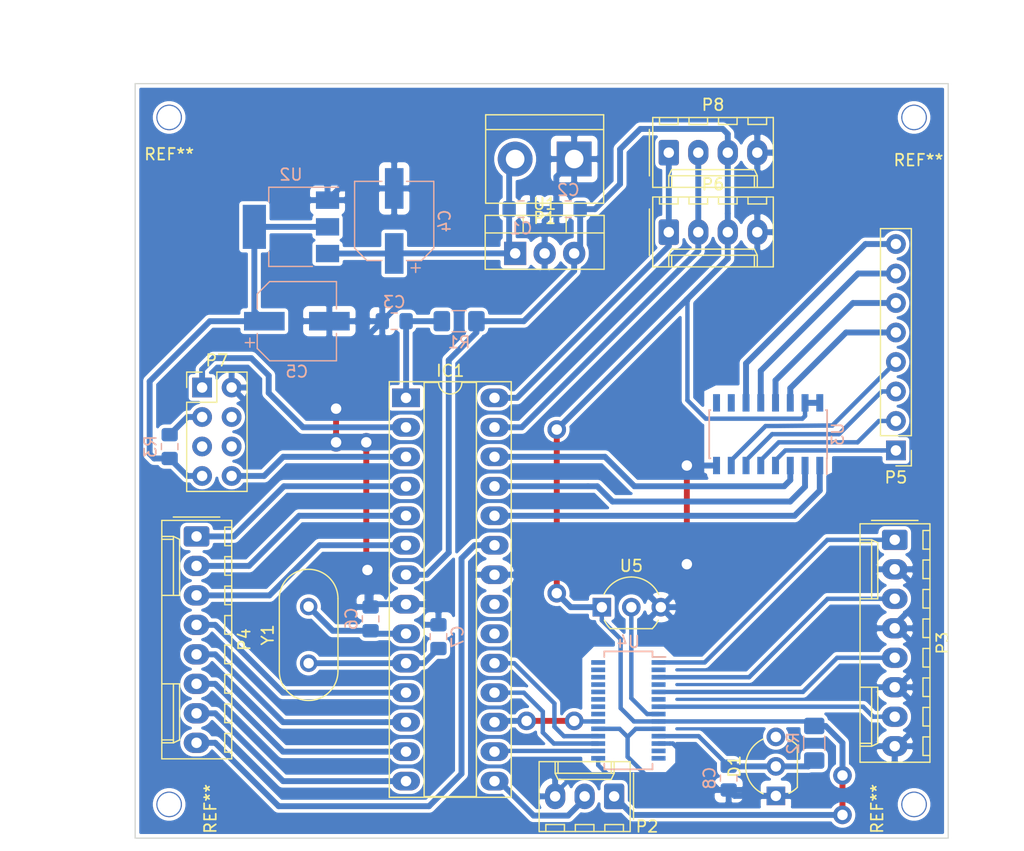
<source format=kicad_pcb>
(kicad_pcb (version 20171130) (host pcbnew "(5.0.1-3-g963ef8bb5)")
  (layers (0 F.Cu signal) (31 B.Cu signal) (34 B.Paste user) (35 F.Paste user) (36 B.SilkS user) (37 F.SilkS user) (38 B.Mask user) (39 F.Mask user) (44 Edge.Cuts user))
  (net 0 "")
  (net 1 GND)
  (net 2 +Vin)
  (net 3 +5V)
  (net 4 "Net-(C8-Pad1)")
  (net 5 "Net-(C3-Pad1)")
  (net 6 "Net-(P7-Pad3)")
  (net 7 +3V3)
  (net 8 "Net-(U4-Pad8)")
  (net 9 "Net-(D1-Pad3)")
  (net 10 TERMOPAR_1)
  (net 11 "Net-(U4-Pad2)")
  (net 12 TERMOPAR_2)
  (net 13 "Net-(U4-Pad4)")
  (net 14 TERMOPAR_3)
  (net 15 "Net-(U4-Pad6)")
  (net 16 TERMOPAR_4)
  (net 17 SPI_SS)
  (net 18 SPI_MISO)
  (net 19 SPI_SCK)
  (net 20 SPI_MOSI)
  (net 21 "Net-(U4-Pad21)")
  (net 22 "Net-(U4-Pad22)")
  (net 23 "Net-(U4-Pad23)")
  (net 24 "Net-(U4-Pad24)")
  (net 25 "Net-(U4-Pad25)")
  (net 26 "Net-(U4-Pad26)")
  (net 27 "Net-(U4-Pad27)")
  (net 28 "Net-(U4-Pad28)")
  (net 29 4094_STR)
  (net 30 4094_D)
  (net 31 4094_CLK)
  (net 32 "Net-(P5-Pad1)")
  (net 33 "Net-(P5-Pad2)")
  (net 34 "Net-(P5-Pad3)")
  (net 35 "Net-(P5-Pad4)")
  (net 36 "Net-(U3-Pad9)")
  (net 37 "Net-(U3-Pad10)")
  (net 38 "Net-(P5-Pad8)")
  (net 39 "Net-(P5-Pad7)")
  (net 40 "Net-(P5-Pad6)")
  (net 41 "Net-(P5-Pad5)")
  (net 42 KEYPAD_7)
  (net 43 RX0)
  (net 44 TX0)
  (net 45 KEYPAD_0)
  (net 46 KEYPAD_1)
  (net 47 KEYPAD_2)
  (net 48 "Net-(IC1-Pad20)")
  (net 49 "Net-(IC1-Pad21)")
  (net 50 XTAL1)
  (net 51 XTAL2)
  (net 52 KEYPAD_3)
  (net 53 KEYPAD_4)
  (net 54 SSR_CTRL)
  (net 55 KEYPAD_5)
  (net 56 I2C_SDA)
  (net 57 KEYPAD_6)
  (net 58 I2C_SCL)
  (net 59 "Net-(P7-Pad4)")
  (net 60 "Net-(P7-Pad5)")
  (net 61 "Net-(P7-Pad6)")
  (module Connector_Molex:Molex_KK-254_AE-6410-08A_1x08_P2.54mm_Vertical (layer F.Cu) (at 184.9 102.3 270)
    (fp_text reference P3 (at 8.89 -4.12 270) (layer F.SilkS))
    (fp_text value CONN_01X08)
    (pad 8 thru_hole oval (at 17.78 0 270) (size 1.74 2.2) (drill 0.9) (layers *.Cu *.Mask) (net 1 GND))
    (pad 7 thru_hole oval (at 15.24 0 270) (size 1.74 2.2) (drill 0.9) (layers *.Cu *.Mask) (net 16 TERMOPAR_4))
    (pad 6 thru_hole oval (at 12.7 0 270) (size 1.74 2.2) (drill 0.9) (layers *.Cu *.Mask) (net 1 GND))
    (pad 5 thru_hole oval (at 10.16 0 270) (size 1.74 2.2) (drill 0.9) (layers *.Cu *.Mask) (net 14 TERMOPAR_3))
    (pad 4 thru_hole oval (at 7.62 0 270) (size 1.74 2.2) (drill 0.9) (layers *.Cu *.Mask) (net 1 GND))
    (pad 3 thru_hole oval (at 5.08 0 270) (size 1.74 2.2) (drill 0.9) (layers *.Cu *.Mask) (net 12 TERMOPAR_2))
    (pad 2 thru_hole oval (at 2.54 0 270) (size 1.74 2.2) (drill 0.9) (layers *.Cu *.Mask) (net 1 GND))
    (pad 1 thru_hole roundrect (at 0 0 270) (size 1.74 2.2) (drill 0.9) (layers *.Cu *.Mask) (roundrect_rratio 0.144) (net 10 TERMOPAR_1))
  )
  (module Package_SO:SOIC-16_3.9x9.9mm_P1.27mm (layer B.Cu) (at 174 93.2 90)
    (fp_text reference U3 (at 0 6 90) (layer B.SilkS) (effects (justify mirror)))
    (fp_text value 4094)
    (pad 1 smd rect (at -2.7 4.445 90) (size 1.5 0.6) (layers B.Cu B.Paste B.Mask) (net 29 4094_STR))
    (pad 2 smd rect (at -2.7 3.175 90) (size 1.5 0.6) (layers B.Cu B.Paste B.Mask) (net 30 4094_D))
    (pad 3 smd rect (at -2.7 1.905 90) (size 1.5 0.6) (layers B.Cu B.Paste B.Mask) (net 31 4094_CLK))
    (pad 4 smd rect (at -2.7 0.635 90) (size 1.5 0.6) (layers B.Cu B.Paste B.Mask) (net 32 "Net-(P5-Pad1)"))
    (pad 5 smd rect (at -2.7 -0.635 90) (size 1.5 0.6) (layers B.Cu B.Paste B.Mask) (net 33 "Net-(P5-Pad2)"))
    (pad 6 smd rect (at -2.7 -1.905 90) (size 1.5 0.6) (layers B.Cu B.Paste B.Mask) (net 34 "Net-(P5-Pad3)"))
    (pad 7 smd rect (at -2.7 -3.175 90) (size 1.5 0.6) (layers B.Cu B.Paste B.Mask) (net 35 "Net-(P5-Pad4)"))
    (pad 8 smd rect (at -2.7 -4.445 90) (size 1.5 0.6) (layers B.Cu B.Paste B.Mask) (net 1 GND))
    (pad 9 smd rect (at 2.7 -4.445 90) (size 1.5 0.6) (layers B.Cu B.Paste B.Mask) (net 36 "Net-(U3-Pad9)"))
    (pad 10 smd rect (at 2.7 -3.175 90) (size 1.5 0.6) (layers B.Cu B.Paste B.Mask) (net 37 "Net-(U3-Pad10)"))
    (pad 11 smd rect (at 2.7 -1.905 90) (size 1.5 0.6) (layers B.Cu B.Paste B.Mask) (net 38 "Net-(P5-Pad8)"))
    (pad 12 smd rect (at 2.7 -0.635 90) (size 1.5 0.6) (layers B.Cu B.Paste B.Mask) (net 39 "Net-(P5-Pad7)"))
    (pad 13 smd rect (at 2.7 0.635 90) (size 1.5 0.6) (layers B.Cu B.Paste B.Mask) (net 40 "Net-(P5-Pad6)"))
    (pad 14 smd rect (at 2.7 1.905 90) (size 1.5 0.6) (layers B.Cu B.Paste B.Mask) (net 41 "Net-(P5-Pad5)"))
    (pad 15 smd rect (at 2.7 3.175 90) (size 1.5 0.6) (layers B.Cu B.Paste B.Mask) (net 3 +5V))
    (pad 16 smd rect (at 2.7 4.445 90) (size 1.5 0.6) (layers B.Cu B.Paste B.Mask) (net 3 +5V))
  )
  (module Capacitor_SMD:CP_Elec_6.3x5.3 (layer B.Cu) (at 141.804 74.83 90)
    (fp_text reference C4 (at 0 4.35 90) (layer B.SilkS) (effects (justify mirror)))
    (fp_text value 10u)
    (pad 2 smd rect (at 2.8 0 90) (size 3.5 1.6) (layers B.Cu B.Paste B.Mask) (net 1 GND))
    (pad 1 smd rect (at -2.8 0 90) (size 3.5 1.6) (layers B.Cu B.Paste B.Mask) (net 2 +Vin))
  )
  (module Capacitor_SMD:CP_Elec_6.3x5.3 (layer B.Cu) (at 133.422 83.466)
    (fp_text reference C5 (at 0 4.35) (layer B.SilkS) (effects (justify mirror)))
    (fp_text value 10u)
    (pad 1 smd rect (at -2.8 0) (size 3.5 1.6) (layers B.Cu B.Paste B.Mask) (net 7 +3V3))
    (pad 2 smd rect (at 2.8 0) (size 3.5 1.6) (layers B.Cu B.Paste B.Mask) (net 1 GND))
  )
  (module Capacitor_SMD:C_0805_2012Metric_Pad1.15x1.40mm_HandSolder (layer B.Cu) (at 156.79 73.814 180)
    (fp_text reference C2 (at 0 1.65 180) (layer B.SilkS) (effects (justify mirror)))
    (fp_text value 220n)
    (pad 2 smd roundrect (at 1.025 0 180) (size 1.15 1.4) (layers B.Cu B.Paste B.Mask) (roundrect_rratio 0.217391) (net 1 GND))
    (pad 1 smd roundrect (at -1.025 0 180) (size 1.15 1.4) (layers B.Cu B.Paste B.Mask) (roundrect_rratio 0.217391) (net 3 +5V))
  )
  (module Capacitor_SMD:C_0805_2012Metric_Pad1.15x1.40mm_HandSolder (layer B.Cu) (at 141.804 83.466 180)
    (fp_text reference C3 (at 0 1.65 180) (layer B.SilkS) (effects (justify mirror)))
    (fp_text value 1u)
    (pad 1 smd roundrect (at -1.025 0 180) (size 1.15 1.4) (layers B.Cu B.Paste B.Mask) (roundrect_rratio 0.217391) (net 5 "Net-(C3-Pad1)"))
    (pad 2 smd roundrect (at 1.025 0 180) (size 1.15 1.4) (layers B.Cu B.Paste B.Mask) (roundrect_rratio 0.217391) (net 1 GND))
  )
  (module Capacitor_SMD:C_0805_2012Metric_Pad1.15x1.40mm_HandSolder (layer B.Cu) (at 139.772 109.111 270)
    (fp_text reference C6 (at 0 1.65 270) (layer B.SilkS) (effects (justify mirror)))
    (fp_text value 27p)
    (pad 2 smd roundrect (at 1.025 0 270) (size 1.15 1.4) (layers B.Cu B.Paste B.Mask) (roundrect_rratio 0.217391) (net 50 XTAL1))
    (pad 1 smd roundrect (at -1.025 0 270) (size 1.15 1.4) (layers B.Cu B.Paste B.Mask) (roundrect_rratio 0.217391) (net 1 GND))
  )
  (module Capacitor_SMD:C_0805_2012Metric_Pad1.15x1.40mm_HandSolder (layer B.Cu) (at 145.614 110.644 90)
    (fp_text reference C7 (at 0 1.65 90) (layer B.SilkS) (effects (justify mirror)))
    (fp_text value 27p)
    (pad 1 smd roundrect (at -1.025 0 90) (size 1.15 1.4) (layers B.Cu B.Paste B.Mask) (roundrect_rratio 0.217391) (net 51 XTAL2))
    (pad 2 smd roundrect (at 1.025 0 90) (size 1.15 1.4) (layers B.Cu B.Paste B.Mask) (roundrect_rratio 0.217391) (net 1 GND))
  )
  (module Capacitor_SMD:C_0805_2012Metric_Pad1.15x1.40mm_HandSolder (layer B.Cu) (at 170.602 122.827 270)
    (fp_text reference C8 (at 0 1.65 270) (layer B.SilkS) (effects (justify mirror)))
    (fp_text value 220n)
    (pad 2 smd roundrect (at 1.025 0 270) (size 1.15 1.4) (layers B.Cu B.Paste B.Mask) (roundrect_rratio 0.217391) (net 1 GND))
    (pad 1 smd roundrect (at -1.025 0 270) (size 1.15 1.4) (layers B.Cu B.Paste B.Mask) (roundrect_rratio 0.217391) (net 4 "Net-(C8-Pad1)"))
  )
  (module Capacitor_SMD:C_0805_2012Metric_Pad1.15x1.40mm_HandSolder (layer B.Cu) (at 152.726 73.814)
    (fp_text reference C1 (at 0 1.65) (layer B.SilkS) (effects (justify mirror)))
    (fp_text value 220n)
    (pad 1 smd roundrect (at -1.025 0) (size 1.15 1.4) (layers B.Cu B.Paste B.Mask) (roundrect_rratio 0.217391) (net 2 +Vin))
    (pad 2 smd roundrect (at 1.025 0) (size 1.15 1.4) (layers B.Cu B.Paste B.Mask) (roundrect_rratio 0.217391) (net 1 GND))
  )
  (module Connector_Molex:Molex_KK-254_AE-6410-03A_1x03_P2.54mm_Vertical (layer F.Cu) (at 160.74 124.4 180)
    (fp_text reference P2 (at -2.836 -2.6 180) (layer F.SilkS))
    (fp_text value CONN_01X03)
    (pad 1 thru_hole roundrect (at 0 0 180) (size 1.74 2.2) (drill 0.9) (layers *.Cu *.Mask) (roundrect_rratio 0.144) (net 3 +5V))
    (pad 2 thru_hole oval (at 2.54 0 180) (size 1.74 2.2) (drill 0.9) (layers *.Cu *.Mask) (net 54 SSR_CTRL))
    (pad 3 thru_hole oval (at 5.08 0 180) (size 1.74 2.2) (drill 0.9) (layers *.Cu *.Mask) (net 1 GND))
  )
  (module Connector_Molex:Molex_KK-254_AE-6410-04A_1x04_P2.54mm_Vertical (layer F.Cu) (at 165.445001 68.947001)
    (fp_text reference P8 (at 3.81 -4.12) (layer F.SilkS))
    (fp_text value CONN_01X04)
    (pad 4 thru_hole oval (at 7.62 0) (size 1.74 2.2) (drill 0.9) (layers *.Cu *.Mask) (net 1 GND))
    (pad 3 thru_hole oval (at 5.08 0) (size 1.74 2.2) (drill 0.9) (layers *.Cu *.Mask) (net 3 +5V))
    (pad 2 thru_hole oval (at 2.54 0) (size 1.74 2.2) (drill 0.9) (layers *.Cu *.Mask) (net 56 I2C_SDA))
    (pad 1 thru_hole roundrect (at 0 0) (size 1.74 2.2) (drill 0.9) (layers *.Cu *.Mask) (roundrect_rratio 0.144) (net 58 I2C_SCL))
  )
  (module Connector_Molex:Molex_KK-254_AE-6410-04A_1x04_P2.54mm_Vertical (layer F.Cu) (at 165.445001 75.797001)
    (fp_text reference P6 (at 3.81 -4.12) (layer F.SilkS))
    (fp_text value CONN_01X04)
    (pad 1 thru_hole roundrect (at 0 0) (size 1.74 2.2) (drill 0.9) (layers *.Cu *.Mask) (roundrect_rratio 0.144) (net 58 I2C_SCL))
    (pad 2 thru_hole oval (at 2.54 0) (size 1.74 2.2) (drill 0.9) (layers *.Cu *.Mask) (net 56 I2C_SDA))
    (pad 3 thru_hole oval (at 5.08 0) (size 1.74 2.2) (drill 0.9) (layers *.Cu *.Mask) (net 3 +5V))
    (pad 4 thru_hole oval (at 7.62 0) (size 1.74 2.2) (drill 0.9) (layers *.Cu *.Mask) (net 1 GND))
  )
  (module Connector_Molex:Molex_KK-254_AE-6410-08A_1x08_P2.54mm_Vertical (layer F.Cu) (at 124.786 102.008 270)
    (fp_text reference P4 (at 8.89 -4.12 270) (layer F.SilkS))
    (fp_text value CONN_01X08)
    (pad 1 thru_hole roundrect (at 0 0 270) (size 1.74 2.2) (drill 0.9) (layers *.Cu *.Mask) (roundrect_rratio 0.144) (net 45 KEYPAD_0))
    (pad 2 thru_hole oval (at 2.54 0 270) (size 1.74 2.2) (drill 0.9) (layers *.Cu *.Mask) (net 46 KEYPAD_1))
    (pad 3 thru_hole oval (at 5.08 0 270) (size 1.74 2.2) (drill 0.9) (layers *.Cu *.Mask) (net 47 KEYPAD_2))
    (pad 4 thru_hole oval (at 7.62 0 270) (size 1.74 2.2) (drill 0.9) (layers *.Cu *.Mask) (net 52 KEYPAD_3))
    (pad 5 thru_hole oval (at 10.16 0 270) (size 1.74 2.2) (drill 0.9) (layers *.Cu *.Mask) (net 53 KEYPAD_4))
    (pad 6 thru_hole oval (at 12.7 0 270) (size 1.74 2.2) (drill 0.9) (layers *.Cu *.Mask) (net 55 KEYPAD_5))
    (pad 7 thru_hole oval (at 15.24 0 270) (size 1.74 2.2) (drill 0.9) (layers *.Cu *.Mask) (net 57 KEYPAD_6))
    (pad 8 thru_hole oval (at 17.78 0 270) (size 1.74 2.2) (drill 0.9) (layers *.Cu *.Mask) (net 42 KEYPAD_7))
  )
  (module Connector_PinHeader_2.54mm:PinHeader_1x08_P2.54mm_Vertical (layer F.Cu) (at 185 94.6 180)
    (fp_text reference P5 (at 0 -2.33 180) (layer F.SilkS))
    (fp_text value CONN_01X08)
    (pad 1 thru_hole rect (at 0 0 180) (size 1.7 1.7) (drill 0.9) (layers *.Cu *.Mask) (net 32 "Net-(P5-Pad1)"))
    (pad 2 thru_hole oval (at 0 2.54 180) (size 1.7 1.7) (drill 0.9) (layers *.Cu *.Mask) (net 33 "Net-(P5-Pad2)"))
    (pad 3 thru_hole oval (at 0 5.08 180) (size 1.7 1.7) (drill 0.9) (layers *.Cu *.Mask) (net 34 "Net-(P5-Pad3)"))
    (pad 4 thru_hole oval (at 0 7.62 180) (size 1.7 1.7) (drill 0.9) (layers *.Cu *.Mask) (net 35 "Net-(P5-Pad4)"))
    (pad 5 thru_hole oval (at 0 10.16 180) (size 1.7 1.7) (drill 0.9) (layers *.Cu *.Mask) (net 41 "Net-(P5-Pad5)"))
    (pad 6 thru_hole oval (at 0 12.7 180) (size 1.7 1.7) (drill 0.9) (layers *.Cu *.Mask) (net 40 "Net-(P5-Pad6)"))
    (pad 7 thru_hole oval (at 0 15.24 180) (size 1.7 1.7) (drill 0.9) (layers *.Cu *.Mask) (net 39 "Net-(P5-Pad7)"))
    (pad 8 thru_hole oval (at 0 17.78 180) (size 1.7 1.7) (drill 0.9) (layers *.Cu *.Mask) (net 38 "Net-(P5-Pad8)"))
  )
  (module Connector_PinHeader_2.54mm:PinHeader_2x04_P2.54mm_Vertical (layer F.Cu) (at 125.266 89.18)
    (fp_text reference P7 (at 1.27 -2.33) (layer F.SilkS))
    (fp_text value CONN_02X04)
    (pad 1 thru_hole rect (at 0 0) (size 1.7 1.7) (drill 0.9) (layers *.Cu *.Mask) (net 43 RX0))
    (pad 2 thru_hole oval (at 2.54 0) (size 1.7 1.7) (drill 0.9) (layers *.Cu *.Mask) (net 1 GND))
    (pad 3 thru_hole oval (at 0 2.54) (size 1.7 1.7) (drill 0.9) (layers *.Cu *.Mask) (net 6 "Net-(P7-Pad3)"))
    (pad 4 thru_hole oval (at 2.54 2.54) (size 1.7 1.7) (drill 0.9) (layers *.Cu *.Mask) (net 59 "Net-(P7-Pad4)"))
    (pad 5 thru_hole oval (at 0 5.08) (size 1.7 1.7) (drill 0.9) (layers *.Cu *.Mask) (net 60 "Net-(P7-Pad5)"))
    (pad 6 thru_hole oval (at 2.54 5.08) (size 1.7 1.7) (drill 0.9) (layers *.Cu *.Mask) (net 61 "Net-(P7-Pad6)"))
    (pad 7 thru_hole oval (at 0 7.62) (size 1.7 1.7) (drill 0.9) (layers *.Cu *.Mask) (net 7 +3V3))
    (pad 8 thru_hole oval (at 2.54 7.62) (size 1.7 1.7) (drill 0.9) (layers *.Cu *.Mask) (net 44 TX0))
  )
  (module Crystal:Crystal_HC49-U_Vertical (layer F.Cu) (at 134.438 112.93 90)
    (fp_text reference Y1 (at 2.44 -3.525 90) (layer F.SilkS))
    (fp_text value 14.7456MHz)
    (pad 1 thru_hole circle (at 0 0 90) (size 1.5 1.5) (drill 0.9) (layers *.Cu *.Mask) (net 51 XTAL2))
    (pad 2 thru_hole circle (at 4.88 0 90) (size 1.5 1.5) (drill 0.9) (layers *.Cu *.Mask) (net 50 XTAL1))
  )
  (module Package_DIP:DIP-28_W7.62mm_Socket_LongPads (layer F.Cu) (at 142.82 90.07)
    (fp_text reference IC1 (at 3.81 -2.33) (layer F.SilkS))
    (fp_text value ATMEGA328-P)
    (pad 1 thru_hole rect (at 0 0) (size 2.4 1.6) (drill 0.9) (layers *.Cu *.Mask) (net 5 "Net-(C3-Pad1)"))
    (pad 15 thru_hole oval (at 7.62 33.02) (size 2.4 1.6) (drill 0.9) (layers *.Cu *.Mask) (net 54 SSR_CTRL))
    (pad 2 thru_hole oval (at 0 2.54) (size 2.4 1.6) (drill 0.9) (layers *.Cu *.Mask) (net 43 RX0))
    (pad 16 thru_hole oval (at 7.62 30.48) (size 2.4 1.6) (drill 0.9) (layers *.Cu *.Mask) (net 17 SPI_SS))
    (pad 3 thru_hole oval (at 0 5.08) (size 2.4 1.6) (drill 0.9) (layers *.Cu *.Mask) (net 44 TX0))
    (pad 17 thru_hole oval (at 7.62 27.94) (size 2.4 1.6) (drill 0.9) (layers *.Cu *.Mask) (net 20 SPI_MOSI))
    (pad 4 thru_hole oval (at 0 7.62) (size 2.4 1.6) (drill 0.9) (layers *.Cu *.Mask) (net 45 KEYPAD_0))
    (pad 18 thru_hole oval (at 7.62 25.4) (size 2.4 1.6) (drill 0.9) (layers *.Cu *.Mask) (net 18 SPI_MISO))
    (pad 5 thru_hole oval (at 0 10.16) (size 2.4 1.6) (drill 0.9) (layers *.Cu *.Mask) (net 46 KEYPAD_1))
    (pad 19 thru_hole oval (at 7.62 22.86) (size 2.4 1.6) (drill 0.9) (layers *.Cu *.Mask) (net 19 SPI_SCK))
    (pad 6 thru_hole oval (at 0 12.7) (size 2.4 1.6) (drill 0.9) (layers *.Cu *.Mask) (net 47 KEYPAD_2))
    (pad 20 thru_hole oval (at 7.62 20.32) (size 2.4 1.6) (drill 0.9) (layers *.Cu *.Mask) (net 48 "Net-(IC1-Pad20)"))
    (pad 7 thru_hole oval (at 0 15.24) (size 2.4 1.6) (drill 0.9) (layers *.Cu *.Mask) (net 3 +5V))
    (pad 21 thru_hole oval (at 7.62 17.78) (size 2.4 1.6) (drill 0.9) (layers *.Cu *.Mask) (net 49 "Net-(IC1-Pad21)"))
    (pad 8 thru_hole oval (at 0 17.78) (size 2.4 1.6) (drill 0.9) (layers *.Cu *.Mask) (net 1 GND))
    (pad 22 thru_hole oval (at 7.62 15.24) (size 2.4 1.6) (drill 0.9) (layers *.Cu *.Mask) (net 1 GND))
    (pad 9 thru_hole oval (at 0 20.32) (size 2.4 1.6) (drill 0.9) (layers *.Cu *.Mask) (net 50 XTAL1))
    (pad 23 thru_hole oval (at 7.62 12.7) (size 2.4 1.6) (drill 0.9) (layers *.Cu *.Mask) (net 42 KEYPAD_7))
    (pad 10 thru_hole oval (at 0 22.86) (size 2.4 1.6) (drill 0.9) (layers *.Cu *.Mask) (net 51 XTAL2))
    (pad 24 thru_hole oval (at 7.62 10.16) (size 2.4 1.6) (drill 0.9) (layers *.Cu *.Mask) (net 29 4094_STR))
    (pad 11 thru_hole oval (at 0 25.4) (size 2.4 1.6) (drill 0.9) (layers *.Cu *.Mask) (net 52 KEYPAD_3))
    (pad 25 thru_hole oval (at 7.62 7.62) (size 2.4 1.6) (drill 0.9) (layers *.Cu *.Mask) (net 30 4094_D))
    (pad 12 thru_hole oval (at 0 27.94) (size 2.4 1.6) (drill 0.9) (layers *.Cu *.Mask) (net 53 KEYPAD_4))
    (pad 26 thru_hole oval (at 7.62 5.08) (size 2.4 1.6) (drill 0.9) (layers *.Cu *.Mask) (net 31 4094_CLK))
    (pad 13 thru_hole oval (at 0 30.48) (size 2.4 1.6) (drill 0.9) (layers *.Cu *.Mask) (net 55 KEYPAD_5))
    (pad 27 thru_hole oval (at 7.62 2.54) (size 2.4 1.6) (drill 0.9) (layers *.Cu *.Mask) (net 56 I2C_SDA))
    (pad 14 thru_hole oval (at 0 33.02) (size 2.4 1.6) (drill 0.9) (layers *.Cu *.Mask) (net 57 KEYPAD_6))
    (pad 28 thru_hole oval (at 7.62 0) (size 2.4 1.6) (drill 0.9) (layers *.Cu *.Mask) (net 58 I2C_SCL))
  )
  (module Package_SO:SSOP-28_3.9x9.9mm_P0.635mm (layer B.Cu) (at 161.966 116.994 180)
    (fp_text reference U4 (at 0 5.9 180) (layer B.SilkS) (effects (justify mirror)))
    (fp_text value LTC2439)
    (pad 1 smd rect (at -2.6 4.1275 180) (size 1.2 0.4) (layers B.Cu B.Paste B.Mask) (net 10 TERMOPAR_1))
    (pad 2 smd rect (at -2.6 3.4925 180) (size 1.2 0.4) (layers B.Cu B.Paste B.Mask) (net 11 "Net-(U4-Pad2)"))
    (pad 3 smd rect (at -2.6 2.8575 180) (size 1.2 0.4) (layers B.Cu B.Paste B.Mask) (net 12 TERMOPAR_2))
    (pad 4 smd rect (at -2.6 2.2225 180) (size 1.2 0.4) (layers B.Cu B.Paste B.Mask) (net 13 "Net-(U4-Pad4)"))
    (pad 5 smd rect (at -2.6 1.5875 180) (size 1.2 0.4) (layers B.Cu B.Paste B.Mask) (net 14 TERMOPAR_3))
    (pad 6 smd rect (at -2.6 0.9525 180) (size 1.2 0.4) (layers B.Cu B.Paste B.Mask) (net 15 "Net-(U4-Pad6)"))
    (pad 7 smd rect (at -2.6 0.3175 180) (size 1.2 0.4) (layers B.Cu B.Paste B.Mask) (net 16 TERMOPAR_4))
    (pad 8 smd rect (at -2.6 -0.3175 180) (size 1.2 0.4) (layers B.Cu B.Paste B.Mask) (net 8 "Net-(U4-Pad8)"))
    (pad 9 smd rect (at -2.6 -0.9525 180) (size 1.2 0.4) (layers B.Cu B.Paste B.Mask) (net 3 +5V))
    (pad 10 smd rect (at -2.6 -1.5875 180) (size 1.2 0.4) (layers B.Cu B.Paste B.Mask) (net 1 GND))
    (pad 11 smd rect (at -2.6 -2.2225 180) (size 1.2 0.4) (layers B.Cu B.Paste B.Mask) (net 4 "Net-(C8-Pad1)"))
    (pad 12 smd rect (at -2.6 -2.8575 180) (size 1.2 0.4) (layers B.Cu B.Paste B.Mask) (net 1 GND))
    (pad 13 smd rect (at -2.6 -3.4925 180) (size 1.2 0.4) (layers B.Cu B.Paste B.Mask))
    (pad 14 smd rect (at -2.6 -4.1275 180) (size 1.2 0.4) (layers B.Cu B.Paste B.Mask))
    (pad 15 smd rect (at 2.6 -4.1275 180) (size 1.2 0.4) (layers B.Cu B.Paste B.Mask) (net 1 GND))
    (pad 16 smd rect (at 2.6 -3.4925 180) (size 1.2 0.4) (layers B.Cu B.Paste B.Mask) (net 17 SPI_SS))
    (pad 17 smd rect (at 2.6 -2.8575 180) (size 1.2 0.4) (layers B.Cu B.Paste B.Mask) (net 18 SPI_MISO))
    (pad 18 smd rect (at 2.6 -2.2225 180) (size 1.2 0.4) (layers B.Cu B.Paste B.Mask) (net 19 SPI_SCK))
    (pad 19 smd rect (at 2.6 -1.5875 180) (size 1.2 0.4) (layers B.Cu B.Paste B.Mask) (net 1 GND))
    (pad 20 smd rect (at 2.6 -0.9525 180) (size 1.2 0.4) (layers B.Cu B.Paste B.Mask) (net 20 SPI_MOSI))
    (pad 21 smd rect (at 2.6 -0.3175 180) (size 1.2 0.4) (layers B.Cu B.Paste B.Mask) (net 21 "Net-(U4-Pad21)"))
    (pad 22 smd rect (at 2.6 0.3175 180) (size 1.2 0.4) (layers B.Cu B.Paste B.Mask) (net 22 "Net-(U4-Pad22)"))
    (pad 23 smd rect (at 2.6 0.9525 180) (size 1.2 0.4) (layers B.Cu B.Paste B.Mask) (net 23 "Net-(U4-Pad23)"))
    (pad 24 smd rect (at 2.6 1.5875 180) (size 1.2 0.4) (layers B.Cu B.Paste B.Mask) (net 24 "Net-(U4-Pad24)"))
    (pad 25 smd rect (at 2.6 2.2225 180) (size 1.2 0.4) (layers B.Cu B.Paste B.Mask) (net 25 "Net-(U4-Pad25)"))
    (pad 26 smd rect (at 2.6 2.8575 180) (size 1.2 0.4) (layers B.Cu B.Paste B.Mask) (net 26 "Net-(U4-Pad26)"))
    (pad 27 smd rect (at 2.6 3.4925 180) (size 1.2 0.4) (layers B.Cu B.Paste B.Mask) (net 27 "Net-(U4-Pad27)"))
    (pad 28 smd rect (at 2.6 4.1275 180) (size 1.2 0.4) (layers B.Cu B.Paste B.Mask) (net 28 "Net-(U4-Pad28)"))
  )
  (module Package_TO_SOT_SMD:SOT-223-3_TabPin2 (layer B.Cu) (at 132.914 75.338 180)
    (fp_text reference U2 (at 0 4.5 180) (layer B.SilkS) (effects (justify mirror)))
    (fp_text value AP1117E33)
    (pad 2 smd rect (at 3.15 0 180) (size 2 3.8) (layers B.Cu B.Paste B.Mask) (net 7 +3V3))
    (pad 2 smd rect (at -3.15 0 180) (size 2 1.5) (layers B.Cu B.Paste B.Mask) (net 7 +3V3))
    (pad 3 smd rect (at -3.15 -2.3 180) (size 2 1.5) (layers B.Cu B.Paste B.Mask) (net 2 +Vin))
    (pad 1 smd rect (at -3.15 2.3 180) (size 2 1.5) (layers B.Cu B.Paste B.Mask) (net 1 GND))
  )
  (module Package_TO_SOT_THT:TO-220-3_Vertical (layer F.Cu) (at 152.218 77.624)
    (fp_text reference U1 (at 2.54 -4.27) (layer F.SilkS))
    (fp_text value LM7805CT)
    (pad 1 thru_hole rect (at 0 0) (size 1.905 2) (drill 0.9) (layers *.Cu *.Mask) (net 2 +Vin))
    (pad 2 thru_hole oval (at 2.54 0) (size 1.905 2) (drill 0.9) (layers *.Cu *.Mask) (net 1 GND))
    (pad 3 thru_hole oval (at 5.08 0) (size 1.905 2) (drill 0.9) (layers *.Cu *.Mask) (net 3 +5V))
  )
  (module Package_TO_SOT_THT:TO-92_Inline_Wide (layer F.Cu) (at 174.666 124.36 90)
    (fp_text reference D1 (at 2.54 -3.56 90) (layer F.SilkS))
    (fp_text value LM385)
    (pad 1 thru_hole rect (at 0 0 180) (size 1.6 1.6) (drill 0.9) (layers *.Cu *.Mask) (net 1 GND))
    (pad 3 thru_hole circle (at 5.08 0 180) (size 1.6 1.6) (drill 0.9) (layers *.Cu *.Mask) (net 9 "Net-(D1-Pad3)"))
    (pad 2 thru_hole circle (at 2.54 0 180) (size 1.6 1.6) (drill 0.9) (layers *.Cu *.Mask) (net 4 "Net-(C8-Pad1)"))
  )
  (module Package_TO_SOT_THT:TO-92_Inline_Wide (layer F.Cu) (at 159.68 108.104)
    (fp_text reference U5 (at 2.54 -3.56) (layer F.SilkS))
    (fp_text value LM35)
    (pad 2 thru_hole circle (at 2.54 0 90) (size 1.6 1.6) (drill 0.9) (layers *.Cu *.Mask) (net 8 "Net-(U4-Pad8)"))
    (pad 3 thru_hole circle (at 5.08 0 90) (size 1.6 1.6) (drill 0.9) (layers *.Cu *.Mask) (net 1 GND))
    (pad 1 thru_hole rect (at 0 0 90) (size 1.6 1.6) (drill 0.9) (layers *.Cu *.Mask) (net 3 +5V))
  )
  (module Resistor_SMD:R_0805_2012Metric_Pad1.15x1.40mm_HandSolder (layer B.Cu) (at 122.472 94.269 270)
    (fp_text reference R3 (at 0 1.65 270) (layer B.SilkS) (effects (justify mirror)))
    (fp_text value 1k)
    (pad 1 smd roundrect (at -1.025 0 270) (size 1.15 1.4) (layers B.Cu B.Paste B.Mask) (roundrect_rratio 0.217391) (net 6 "Net-(P7-Pad3)"))
    (pad 2 smd roundrect (at 1.025 0 270) (size 1.15 1.4) (layers B.Cu B.Paste B.Mask) (roundrect_rratio 0.217391) (net 7 +3V3))
  )
  (module Resistor_SMD:R_1206_3216Metric_Pad1.42x1.75mm_HandSolder (layer B.Cu) (at 147.392 83.466)
    (fp_text reference R1 (at 0 1.82) (layer B.SilkS) (effects (justify mirror)))
    (fp_text value 5k)
    (pad 2 smd roundrect (at 1.4875 0) (size 1.425 1.75) (layers B.Cu B.Paste B.Mask) (roundrect_rratio 0.175439) (net 3 +5V))
    (pad 1 smd roundrect (at -1.4875 0) (size 1.425 1.75) (layers B.Cu B.Paste B.Mask) (roundrect_rratio 0.175439) (net 5 "Net-(C3-Pad1)"))
  )
  (module Resistor_SMD:R_1206_3216Metric_Pad1.42x1.75mm_HandSolder (layer B.Cu) (at 177.968 119.8245 270)
    (fp_text reference R2 (at 0 1.82 270) (layer B.SilkS) (effects (justify mirror)))
    (fp_text value 220k)
    (pad 1 smd roundrect (at -1.4875 0 270) (size 1.425 1.75) (layers B.Cu B.Paste B.Mask) (roundrect_rratio 0.175439) (net 3 +5V))
    (pad 2 smd roundrect (at 1.4875 0 270) (size 1.425 1.75) (layers B.Cu B.Paste B.Mask) (roundrect_rratio 0.175439) (net 4 "Net-(C8-Pad1)"))
  )
  (module TerminalBlock:TerminalBlock_bornier-2_P5.08mm (layer F.Cu) (at 157.298 69.496 180)
    (fp_text reference P1 (at 2.54 -5.08 180) (layer F.SilkS))
    (fp_text value CONN_01X02)
    (pad 1 thru_hole rect (at 0 0 180) (size 3 3) (drill 1.6) (layers *.Cu *.Mask) (net 1 GND))
    (pad 2 thru_hole circle (at 5.08 0 180) (size 3 3) (drill 1.6) (layers *.Cu *.Mask) (net 2 +Vin))
  )
  (module MountingHole:MountingHole_2.2mm_M2 (layer F.Cu) (at 186.563 125.095)
    (fp_text reference REF** (at -3.175 0.381 90) (layer F.SilkS))
    (fp_text value MountingHole_2.2mm_M2)
    (pad "" np_thru_hole circle (at 0 0) (size 2.2 2.2) (drill 2) (layers *.Cu *.Mask))
  )
  (module MountingHole:MountingHole_2.2mm_M2 (layer F.Cu) (at 122.428 125.095)
    (fp_text reference REF** (at 3.556 0.381 270) (layer F.SilkS))
    (fp_text value MountingHole_2.2mm_M2)
    (pad "" np_thru_hole circle (at 0 0) (size 2.2 2.2) (drill 2) (layers *.Cu *.Mask))
  )
  (module MountingHole:MountingHole_2.2mm_M2 (layer F.Cu) (at 186.563 65.913)
    (fp_text reference REF** (at 0.381 3.683) (layer F.SilkS))
    (fp_text value MountingHole_2.2mm_M2)
    (pad "" np_thru_hole circle (at 0 0) (size 2.2 2.2) (drill 2) (layers *.Cu *.Mask))
  )
  (module MountingHole:MountingHole_2.2mm_M2 (layer F.Cu) (at 122.428 65.913)
    (fp_text reference REF** (at 0 3.175) (layer F.SilkS))
    (fp_text value MountingHole_2.2mm_M2)
    (pad "" np_thru_hole circle (at 0 0) (size 2.2 2.2) (drill 2) (layers *.Cu *.Mask))
  )
  (gr_line (start 189.5 128) (end 119.5 128) (layer Edge.Cuts) (width 0.1))
  (gr_line (start 189.5 63) (end 189.5 128) (layer Edge.Cuts) (width 0.1))
  (gr_line (start 119.5 63) (end 189.5 63) (layer Edge.Cuts) (width 0.1))
  (gr_line (start 119.5 63) (end 119.5 128) (layer Edge.Cuts) (width 0.1))
  (via (at 136.8 91) (size 1.6) (drill 0.9) (layers F.Cu B.Cu) (net 1))
  (via (at 167 104.4) (size 1.6) (drill 0.9) (layers F.Cu B.Cu) (net 1))
  (via (at 139.5 104.9) (size 1.6) (drill 0.9) (layers F.Cu B.Cu) (net 1))
  (segment (start 140.008 107.85) (end 139.772 108.086) (width 0.508) (layer B.Cu) (net 1))
  (segment (start 142.82 107.85) (end 140.008 107.85) (width 0.508) (layer B.Cu) (net 1))
  (segment (start 145.614 107.914) (end 145.614 109.619) (width 0.508) (layer B.Cu) (net 1))
  (segment (start 145.6 107.9) (end 145.614 107.914) (width 0.508) (layer B.Cu) (net 1))
  (segment (start 145.55 107.85) (end 142.82 107.85) (width 0.508) (layer B.Cu) (net 1))
  (segment (start 145.6 107.9) (end 145.55 107.85) (width 0.508) (layer B.Cu) (net 1))
  (segment (start 137.072 72.03) (end 136.064 73.038) (width 0.508) (layer B.Cu) (net 1))
  (segment (start 141.804 72.03) (end 137.072 72.03) (width 0.508) (layer B.Cu) (net 1))
  (segment (start 136.222 83.466) (end 140.779 83.466) (width 0.508) (layer B.Cu) (net 1))
  (segment (start 155.765 71.029) (end 157.298 69.496) (width 0.508) (layer B.Cu) (net 1))
  (segment (start 155.765 73.814) (end 155.765 71.029) (width 0.508) (layer B.Cu) (net 1))
  (segment (start 153.751 73.814) (end 155.765 73.814) (width 0.508) (layer B.Cu) (net 1))
  (segment (start 154.758 74.821) (end 155.765 73.814) (width 0.508) (layer B.Cu) (net 1))
  (segment (start 154.758 77.624) (end 154.758 74.821) (width 0.508) (layer B.Cu) (net 1))
  (segment (start 157.298 67.488) (end 156.71 66.9) (width 0.508) (layer B.Cu) (net 1))
  (segment (start 143.112 72.03) (end 141.804 72.03) (width 0.508) (layer B.Cu) (net 1))
  (segment (start 148.242 66.9) (end 143.112 72.03) (width 0.508) (layer B.Cu) (net 1))
  (segment (start 156.71 66.9) (end 148.242 66.9) (width 0.508) (layer B.Cu) (net 1))
  (segment (start 173.065001 70.555001) (end 173.065001 75.797001) (width 0.508) (layer B.Cu) (net 1))
  (segment (start 173.065001 68.947001) (end 173.065001 70.555001) (width 0.508) (layer B.Cu) (net 1))
  (segment (start 169.555 95.9) (end 169.555 95.45) (width 0.508) (layer B.Cu) (net 1))
  (segment (start 161.966 105.31) (end 164.76 108.104) (width 0.508) (layer B.Cu) (net 1))
  (segment (start 150.44 105.31) (end 161.966 105.31) (width 0.508) (layer B.Cu) (net 1))
  (segment (start 174.986 124.68) (end 174.666 124.36) (width 0.508) (layer B.Cu) (net 1))
  (segment (start 186.55881 118.65119) (end 186.55881 116.42881) (width 0.508) (layer B.Cu) (net 1))
  (segment (start 186.55881 116.42881) (end 185.13 115) (width 0.508) (layer B.Cu) (net 1))
  (segment (start 185.13 120.08) (end 186.55881 118.65119) (width 0.508) (layer B.Cu) (net 1))
  (segment (start 184.9 120.08) (end 185.13 120.08) (width 0.508) (layer B.Cu) (net 1))
  (segment (start 186.55881 111.34881) (end 185.13 109.92) (width 0.508) (layer B.Cu) (net 1))
  (segment (start 186.55881 113.57119) (end 186.55881 111.34881) (width 0.508) (layer B.Cu) (net 1))
  (segment (start 185.13 115) (end 186.55881 113.57119) (width 0.508) (layer B.Cu) (net 1))
  (segment (start 185.13 109.92) (end 184.9 109.92) (width 0.508) (layer B.Cu) (net 1))
  (segment (start 184.9 115) (end 185.13 115) (width 0.508) (layer B.Cu) (net 1))
  (segment (start 185.13 104.84) (end 184.9 104.84) (width 0.508) (layer B.Cu) (net 1))
  (segment (start 184.9 109.630642) (end 186.55881 107.971832) (width 0.508) (layer B.Cu) (net 1))
  (segment (start 184.9 109.92) (end 184.9 109.630642) (width 0.508) (layer B.Cu) (net 1))
  (segment (start 171.11 124.36) (end 170.602 123.852) (width 0.508) (layer B.Cu) (net 1))
  (segment (start 174.666 124.36) (end 171.11 124.36) (width 0.508) (layer B.Cu) (net 1))
  (segment (start 169.555 95.605) (end 169.555 95.9) (width 0.508) (layer B.Cu) (net 1))
  (segment (start 173.065001 67.339001) (end 171.426 65.7) (width 0.508) (layer B.Cu) (net 1))
  (segment (start 173.065001 68.947001) (end 173.065001 67.339001) (width 0.508) (layer B.Cu) (net 1))
  (segment (start 159.086 65.7) (end 157.298 67.488) (width 0.508) (layer B.Cu) (net 1))
  (segment (start 157.298 67.488) (end 157.298 69.496) (width 0.508) (layer B.Cu) (net 1))
  (segment (start 171.426 65.7) (end 159.086 65.7) (width 0.508) (layer B.Cu) (net 1))
  (segment (start 186.55881 106.26881) (end 185.13 104.84) (width 0.508) (layer B.Cu) (net 1))
  (segment (start 186.55881 107.971832) (end 186.55881 106.26881) (width 0.508) (layer B.Cu) (net 1))
  (segment (start 181.998 124.36) (end 184.9 121.458) (width 0.508) (layer B.Cu) (net 1))
  (segment (start 184.9 121.458) (end 184.9 120.08) (width 0.508) (layer B.Cu) (net 1))
  (segment (start 174.666 124.36) (end 181.998 124.36) (width 0.508) (layer B.Cu) (net 1))
  (segment (start 139.5 107.814) (end 139.772 108.086) (width 0.508) (layer B.Cu) (net 1))
  (segment (start 139.5 104.9) (end 139.5 107.814) (width 0.508) (layer B.Cu) (net 1))
  (via (at 139.4 93.9) (size 1.6) (drill 0.9) (layers F.Cu B.Cu) (net 1))
  (segment (start 132.526 93.9) (end 127.806 89.18) (width 0.508) (layer B.Cu) (net 1))
  (segment (start 139.4 93.9) (end 136.8 93.9) (width 0.508) (layer B.Cu) (net 1))
  (segment (start 139.4 104.8) (end 139.5 104.9) (width 0.508) (layer F.Cu) (net 1))
  (segment (start 139.4 93.9) (end 139.4 104.8) (width 0.508) (layer F.Cu) (net 1))
  (segment (start 159.366 118.5815) (end 160.347 118.5815) (width 0.381) (layer B.Cu) (net 1))
  (segment (start 165.8015 119.8515) (end 165.547 119.8515) (width 0.381) (layer B.Cu) (net 1))
  (segment (start 165.547 119.8515) (end 164.566 119.8515) (width 0.381) (layer B.Cu) (net 1))
  (segment (start 170.602 123.852) (end 169.802 123.852) (width 0.381) (layer B.Cu) (net 1))
  (segment (start 159.366 121.7025) (end 160.1635 122.5) (width 0.381) (layer B.Cu) (net 1))
  (segment (start 159.366 121.1215) (end 159.366 121.7025) (width 0.381) (layer B.Cu) (net 1))
  (segment (start 169.802 123.852) (end 168.45 122.5) (width 0.381) (layer B.Cu) (net 1))
  (segment (start 168.45 122.5) (end 166.6 120.65) (width 0.381) (layer B.Cu) (net 1))
  (segment (start 166.6 120.65) (end 165.8015 119.8515) (width 0.381) (layer B.Cu) (net 1))
  (segment (start 163.5 122.5) (end 163.4 122.5) (width 0.381) (layer B.Cu) (net 1))
  (segment (start 160.1635 122.5) (end 163.5 122.5) (width 0.381) (layer B.Cu) (net 1))
  (segment (start 163.5 122.5) (end 168.45 122.5) (width 0.381) (layer B.Cu) (net 1))
  (segment (start 163.4 122.5) (end 161.9 121) (width 0.381) (layer B.Cu) (net 1))
  (segment (start 161.9 119.2815) (end 161.2 118.5815) (width 0.381) (layer B.Cu) (net 1))
  (segment (start 161.9 121) (end 161.9 119.2815) (width 0.381) (layer B.Cu) (net 1))
  (segment (start 160.347 118.5815) (end 161.2 118.5815) (width 0.381) (layer B.Cu) (net 1))
  (segment (start 162.6 118.5815) (end 161.9 119.2815) (width 0.381) (layer B.Cu) (net 1))
  (segment (start 164.566 118.5815) (end 162.6 118.5815) (width 0.381) (layer B.Cu) (net 1))
  (segment (start 173.065001 68.947001) (end 180.947001 68.947001) (width 0.508) (layer B.Cu) (net 1))
  (segment (start 186.508 104.84) (end 184.9 104.84) (width 0.508) (layer B.Cu) (net 1))
  (segment (start 187.8 103.548) (end 186.508 104.84) (width 0.508) (layer B.Cu) (net 1))
  (segment (start 180.947001 68.947001) (end 187.8 75.8) (width 0.508) (layer B.Cu) (net 1))
  (segment (start 164.76 108.104) (end 171.596 108.104) (width 0.508) (layer B.Cu) (net 1))
  (segment (start 180.4 99.3) (end 185.1 99.3) (width 0.508) (layer B.Cu) (net 1))
  (segment (start 185.1 99.3) (end 187.8 96.6) (width 0.508) (layer B.Cu) (net 1))
  (segment (start 187.8 96.6) (end 187.8 103.548) (width 0.508) (layer B.Cu) (net 1))
  (segment (start 187.8 75.8) (end 187.8 96.6) (width 0.508) (layer B.Cu) (net 1))
  (segment (start 167 104.4) (end 167 103.26863) (width 0.508) (layer F.Cu) (net 1))
  (segment (start 167 103.26863) (end 167 95.9) (width 0.508) (layer F.Cu) (net 1))
  (segment (start 167 95.9) (end 167 95.9) (width 0.508) (layer F.Cu) (net 1))
  (via (at 167 95.9) (size 1.6) (drill 0.9) (layers F.Cu B.Cu) (net 1))
  (segment (start 167 95.9) (end 169.555 95.9) (width 0.508) (layer B.Cu) (net 1))
  (segment (start 174.500001 105.199999) (end 174.6 105.1) (width 0.508) (layer B.Cu) (net 1))
  (segment (start 167.799999 105.199999) (end 174.500001 105.199999) (width 0.508) (layer B.Cu) (net 1))
  (segment (start 167 104.4) (end 167.799999 105.199999) (width 0.508) (layer B.Cu) (net 1))
  (segment (start 171.596 108.104) (end 174.6 105.1) (width 0.508) (layer B.Cu) (net 1))
  (segment (start 174.6 105.1) (end 180.4 99.3) (width 0.508) (layer B.Cu) (net 1))
  (segment (start 154.758 79.132) (end 152.59 81.3) (width 0.508) (layer B.Cu) (net 1))
  (segment (start 154.758 77.624) (end 154.758 79.132) (width 0.508) (layer B.Cu) (net 1))
  (segment (start 142.945 81.3) (end 140.779 83.466) (width 0.508) (layer B.Cu) (net 1))
  (segment (start 152.59 81.3) (end 142.945 81.3) (width 0.508) (layer B.Cu) (net 1))
  (segment (start 157.33 122.5) (end 160.1635 122.5) (width 0.381) (layer B.Cu) (net 1))
  (segment (start 155.66 124.17) (end 157.33 122.5) (width 0.381) (layer B.Cu) (net 1))
  (segment (start 155.66 124.4) (end 155.66 124.17) (width 0.508) (layer B.Cu) (net 1))
  (segment (start 136.8 93.9) (end 132.526 93.9) (width 0.508) (layer B.Cu) (net 1))
  (via (at 136.8 93.9) (size 1.6) (drill 0.9) (layers F.Cu B.Cu) (net 1))
  (segment (start 136.8 87.445) (end 136.8 91) (width 0.508) (layer B.Cu) (net 1))
  (segment (start 140.779 83.466) (end 136.8 87.445) (width 0.508) (layer B.Cu) (net 1))
  (segment (start 136.8 91) (end 136.8 93.9) (width 0.508) (layer F.Cu) (net 1))
  (segment (start 141.796 77.638) (end 141.804 77.63) (width 0.508) (layer B.Cu) (net 2))
  (segment (start 136.064 77.638) (end 141.796 77.638) (width 0.508) (layer B.Cu) (net 2))
  (segment (start 151.701 70.013) (end 152.218 69.496) (width 0.508) (layer B.Cu) (net 2))
  (segment (start 151.701 73.814) (end 151.701 70.013) (width 0.508) (layer B.Cu) (net 2))
  (segment (start 141.81 77.624) (end 141.804 77.63) (width 0.508) (layer B.Cu) (net 2))
  (segment (start 152.218 77.624) (end 141.81 77.624) (width 0.508) (layer B.Cu) (net 2))
  (segment (start 151.701 77.107) (end 152.218 77.624) (width 0.508) (layer B.Cu) (net 2))
  (segment (start 151.701 73.814) (end 151.701 77.107) (width 0.508) (layer B.Cu) (net 2))
  (via (at 180.4 122.6) (size 1.6) (drill 0.9) (layers F.Cu B.Cu) (net 3))
  (via (at 180.4 126) (size 1.6) (drill 0.9) (layers F.Cu B.Cu) (net 3))
  (via (at 155.8 92.8) (size 1.6) (drill 0.9) (layers F.Cu B.Cu) (net 3))
  (segment (start 155.8 92.8) (end 155.8 93.86066) (width 0.508) (layer F.Cu) (net 3))
  (segment (start 155.8 93.86066) (end 155.8 106.9) (width 0.508) (layer F.Cu) (net 3))
  (segment (start 155.8 106.9) (end 155.8 106.9) (width 0.508) (layer F.Cu) (net 3))
  (via (at 155.8 106.9) (size 1.6) (drill 0.9) (layers F.Cu B.Cu) (net 3))
  (segment (start 157.815 77.107) (end 157.298 77.624) (width 0.508) (layer B.Cu) (net 3))
  (segment (start 157.815 73.814) (end 157.815 77.107) (width 0.508) (layer B.Cu) (net 3))
  (segment (start 149.692 83.466) (end 148.8795 83.466) (width 0.508) (layer B.Cu) (net 3))
  (segment (start 152.964 83.466) (end 149.692 83.466) (width 0.508) (layer B.Cu) (net 3))
  (segment (start 157.298 79.132) (end 152.964 83.466) (width 0.508) (layer B.Cu) (net 3))
  (segment (start 157.298 77.624) (end 157.298 79.132) (width 0.508) (layer B.Cu) (net 3))
  (segment (start 170.525001 74.189001) (end 170.525001 68.947001) (width 0.508) (layer B.Cu) (net 3))
  (segment (start 170.525001 75.797001) (end 170.525001 74.189001) (width 0.508) (layer B.Cu) (net 3))
  (segment (start 159.086 73.814) (end 157.815 73.814) (width 0.508) (layer B.Cu) (net 3))
  (segment (start 161.25 71.65) (end 159.086 73.814) (width 0.508) (layer B.Cu) (net 3))
  (segment (start 161.25 68.65) (end 161.25 71.65) (width 0.508) (layer B.Cu) (net 3))
  (segment (start 170.525001 68.947001) (end 170.525001 67.339001) (width 0.508) (layer B.Cu) (net 3))
  (segment (start 170.525001 67.339001) (end 170.086 66.9) (width 0.508) (layer B.Cu) (net 3))
  (segment (start 170.086 66.9) (end 163 66.9) (width 0.508) (layer B.Cu) (net 3))
  (segment (start 163 66.9) (end 161.25 68.65) (width 0.508) (layer B.Cu) (net 3))
  (segment (start 178.445 90.5) (end 177.175 90.5) (width 0.508) (layer B.Cu) (net 3))
  (segment (start 176.94101 91.86499) (end 168.63501 91.86499) (width 0.381) (layer B.Cu) (net 3))
  (segment (start 177.175 91.631) (end 176.94101 91.86499) (width 0.381) (layer B.Cu) (net 3))
  (segment (start 177.175 90.5) (end 177.175 91.631) (width 0.381) (layer B.Cu) (net 3))
  (segment (start 168.63501 91.86499) (end 167.05 90.27998) (width 0.381) (layer B.Cu) (net 3))
  (segment (start 157.004 108.104) (end 155.8 106.9) (width 0.508) (layer B.Cu) (net 3))
  (segment (start 159.68 108.104) (end 157.004 108.104) (width 0.508) (layer B.Cu) (net 3))
  (segment (start 148.8795 84.441) (end 146.5 86.8205) (width 0.508) (layer B.Cu) (net 3))
  (segment (start 148.8795 83.466) (end 148.8795 84.441) (width 0.508) (layer B.Cu) (net 3))
  (segment (start 146.5 86.8205) (end 146.5 103.4) (width 0.508) (layer B.Cu) (net 3))
  (segment (start 144.59 105.31) (end 142.82 105.31) (width 0.508) (layer B.Cu) (net 3))
  (segment (start 146.5 103.4) (end 144.59 105.31) (width 0.508) (layer B.Cu) (net 3))
  (segment (start 177.5775 117.9465) (end 177.968 118.337) (width 0.381) (layer B.Cu) (net 3))
  (segment (start 164.566 117.9465) (end 177.5775 117.9465) (width 0.381) (layer B.Cu) (net 3))
  (segment (start 159.68 109.235) (end 161.3 110.855) (width 0.381) (layer B.Cu) (net 3))
  (segment (start 159.68 108.104) (end 159.68 109.235) (width 0.381) (layer B.Cu) (net 3))
  (segment (start 161.3 110.855) (end 161.3 116.8) (width 0.381) (layer B.Cu) (net 3))
  (segment (start 162.4465 117.9465) (end 164.566 117.9465) (width 0.381) (layer B.Cu) (net 3))
  (segment (start 161.3 116.8) (end 162.4465 117.9465) (width 0.381) (layer B.Cu) (net 3))
  (segment (start 155.8 92.8) (end 155.8 92.4) (width 0.508) (layer B.Cu) (net 3))
  (segment (start 170.525001 78.074999) (end 170.525001 75.797001) (width 0.508) (layer B.Cu) (net 3))
  (segment (start 167.05 81.65) (end 167 81.6) (width 0.508) (layer B.Cu) (net 3))
  (segment (start 167.05 90.27998) (end 167.05 81.65) (width 0.381) (layer B.Cu) (net 3))
  (segment (start 167 81.6) (end 170.525001 78.074999) (width 0.508) (layer B.Cu) (net 3))
  (segment (start 155.8 92.8) (end 167 81.6) (width 0.508) (layer B.Cu) (net 3))
  (segment (start 180.4 119.794) (end 180.4 121.46863) (width 0.508) (layer B.Cu) (net 3))
  (segment (start 180.4 121.46863) (end 180.4 122.6) (width 0.508) (layer B.Cu) (net 3))
  (segment (start 178.943 118.337) (end 180.4 119.794) (width 0.508) (layer B.Cu) (net 3))
  (segment (start 177.968 118.337) (end 178.943 118.337) (width 0.508) (layer B.Cu) (net 3))
  (segment (start 162.34 126) (end 160.74 124.4) (width 0.508) (layer B.Cu) (net 3))
  (segment (start 180.4 126) (end 162.34 126) (width 0.508) (layer B.Cu) (net 3))
  (segment (start 180.4 122.6) (end 180.4 126) (width 0.508) (layer F.Cu) (net 3))
  (segment (start 170.62 121.82) (end 170.602 121.802) (width 0.508) (layer B.Cu) (net 4))
  (segment (start 174.666 121.82) (end 170.62 121.82) (width 0.508) (layer B.Cu) (net 4))
  (segment (start 177.46 121.82) (end 177.968 121.312) (width 0.508) (layer B.Cu) (net 4))
  (segment (start 174.666 121.82) (end 177.46 121.82) (width 0.508) (layer B.Cu) (net 4))
  (segment (start 168.0165 119.2165) (end 170.602 121.802) (width 0.381) (layer B.Cu) (net 4))
  (segment (start 164.566 119.2165) (end 168.0165 119.2165) (width 0.381) (layer B.Cu) (net 4))
  (segment (start 142.829 90.061) (end 142.82 90.07) (width 0.508) (layer B.Cu) (net 5))
  (segment (start 142.829 83.466) (end 142.829 90.061) (width 0.508) (layer B.Cu) (net 5))
  (segment (start 145.9045 83.466) (end 142.829 83.466) (width 0.508) (layer B.Cu) (net 5))
  (segment (start 123.996 91.72) (end 122.472 93.244) (width 0.508) (layer B.Cu) (net 6))
  (segment (start 125.266 91.72) (end 123.996 91.72) (width 0.508) (layer B.Cu) (net 6))
  (segment (start 123.978 96.8) (end 122.472 95.294) (width 0.508) (layer B.Cu) (net 7))
  (segment (start 125.266 96.8) (end 123.978 96.8) (width 0.508) (layer B.Cu) (net 7))
  (segment (start 122.472 95.294) (end 121.144 95.294) (width 0.508) (layer B.Cu) (net 7))
  (segment (start 121.144 95.294) (end 120.75 94.9) (width 0.508) (layer B.Cu) (net 7))
  (segment (start 120.75 94.9) (end 120.75 88.65) (width 0.508) (layer B.Cu) (net 7))
  (segment (start 125.934 83.466) (end 130.622 83.466) (width 0.508) (layer B.Cu) (net 7))
  (segment (start 120.75 88.65) (end 125.934 83.466) (width 0.508) (layer B.Cu) (net 7))
  (segment (start 129.764 82.608) (end 130.622 83.466) (width 0.508) (layer B.Cu) (net 7))
  (segment (start 129.764 75.338) (end 129.764 82.608) (width 0.508) (layer B.Cu) (net 7))
  (segment (start 134.556 75.338) (end 129.764 75.338) (width 0.508) (layer B.Cu) (net 7))
  (segment (start 136.064 75.338) (end 134.556 75.338) (width 0.508) (layer B.Cu) (net 7))
  (segment (start 162.22 109.16466) (end 162.22 108.104) (width 0.381) (layer B.Cu) (net 8))
  (segment (start 162.22 115.9465) (end 162.22 109.16466) (width 0.381) (layer B.Cu) (net 8))
  (segment (start 163.585 117.3115) (end 162.22 115.9465) (width 0.381) (layer B.Cu) (net 8))
  (segment (start 164.566 117.3115) (end 163.585 117.3115) (width 0.381) (layer B.Cu) (net 8))
  (segment (start 164.566 112.8665) (end 168.5335 112.8665) (width 0.381) (layer B.Cu) (net 10))
  (segment (start 168.5335 112.8665) (end 179.1 102.3) (width 0.381) (layer B.Cu) (net 10))
  (segment (start 179.1 102.3) (end 184.9 102.3) (width 0.381) (layer B.Cu) (net 10))
  (segment (start 179.12 107.38) (end 184.9 107.38) (width 0.381) (layer B.Cu) (net 12))
  (segment (start 172.3635 114.1365) (end 179.12 107.38) (width 0.381) (layer B.Cu) (net 12))
  (segment (start 164.566 114.1365) (end 172.3635 114.1365) (width 0.381) (layer B.Cu) (net 12))
  (segment (start 179.94 112.46) (end 184.9 112.46) (width 0.381) (layer B.Cu) (net 14))
  (segment (start 176.9935 115.4065) (end 179.94 112.46) (width 0.381) (layer B.Cu) (net 14))
  (segment (start 164.566 115.4065) (end 176.9935 115.4065) (width 0.381) (layer B.Cu) (net 14))
  (segment (start 164.566 116.6765) (end 182.1765 116.6765) (width 0.381) (layer B.Cu) (net 16))
  (segment (start 183.04 117.54) (end 184.9 117.54) (width 0.381) (layer B.Cu) (net 16))
  (segment (start 182.1765 116.6765) (end 183.04 117.54) (width 0.381) (layer B.Cu) (net 16))
  (segment (start 150.5035 120.4865) (end 150.44 120.55) (width 0.381) (layer B.Cu) (net 17))
  (segment (start 159.366 120.4865) (end 150.5035 120.4865) (width 0.381) (layer B.Cu) (net 17))
  (segment (start 152.97 115.47) (end 150.44 115.47) (width 0.381) (layer B.Cu) (net 18))
  (segment (start 159.366 119.8515) (end 155.5515 119.8515) (width 0.381) (layer B.Cu) (net 18))
  (segment (start 155.5515 119.8515) (end 154.6 118.9) (width 0.381) (layer B.Cu) (net 18))
  (segment (start 154.6 118.9) (end 154.6 117.1) (width 0.381) (layer B.Cu) (net 18))
  (segment (start 154.6 117.1) (end 152.97 115.47) (width 0.381) (layer B.Cu) (net 18))
  (segment (start 159.366 119.2165) (end 156.4165 119.2165) (width 0.381) (layer B.Cu) (net 19))
  (segment (start 156.4165 119.2165) (end 155.6 118.4) (width 0.381) (layer B.Cu) (net 19))
  (segment (start 155.6 118.4) (end 155.6 116.4) (width 0.381) (layer B.Cu) (net 19))
  (segment (start 152.13 112.93) (end 150.44 112.93) (width 0.381) (layer B.Cu) (net 19))
  (segment (start 155.6 116.4) (end 152.13 112.93) (width 0.381) (layer B.Cu) (net 19))
  (via (at 153.2 117.9) (size 1.6) (drill 0.9) (layers F.Cu B.Cu) (net 20))
  (via (at 157.3 117.9) (size 1.6) (drill 0.9) (layers F.Cu B.Cu) (net 20))
  (segment (start 157.3465 117.9465) (end 159.366 117.9465) (width 0.381) (layer B.Cu) (net 20))
  (segment (start 157.3 117.9) (end 157.3465 117.9465) (width 0.381) (layer B.Cu) (net 20))
  (segment (start 150.55 117.9) (end 150.44 118.01) (width 0.508) (layer B.Cu) (net 20))
  (segment (start 153.2 117.9) (end 150.55 117.9) (width 0.508) (layer B.Cu) (net 20))
  (segment (start 153.2 117.9) (end 157.3 117.9) (width 0.508) (layer F.Cu) (net 20))
  (segment (start 178.445 98.055) (end 178.445 95.9) (width 0.508) (layer B.Cu) (net 29))
  (segment (start 176.27 100.23) (end 150.44 100.23) (width 0.508) (layer B.Cu) (net 29))
  (segment (start 178.445 98.055) (end 176.27 100.23) (width 0.508) (layer B.Cu) (net 29))
  (segment (start 177.175 97.725) (end 177.175 95.9) (width 0.508) (layer B.Cu) (net 30))
  (segment (start 158.49 97.69) (end 150.44 97.69) (width 0.508) (layer B.Cu) (net 30))
  (segment (start 175.9 99) (end 160.6 99) (width 0.508) (layer B.Cu) (net 30))
  (segment (start 177.175 97.725) (end 175.9 99) (width 0.508) (layer B.Cu) (net 30))
  (segment (start 159.29 97.69) (end 158.49 97.69) (width 0.508) (layer B.Cu) (net 30))
  (segment (start 160.6 99) (end 159.29 97.69) (width 0.508) (layer B.Cu) (net 30))
  (segment (start 175.905 97.158) (end 175.905 95.9) (width 0.508) (layer B.Cu) (net 31))
  (segment (start 175.373 97.69) (end 175.905 97.158) (width 0.508) (layer B.Cu) (net 31))
  (segment (start 175.373 97.69) (end 162.49 97.69) (width 0.508) (layer B.Cu) (net 31))
  (segment (start 159.95 95.15) (end 150.44 95.15) (width 0.508) (layer B.Cu) (net 31))
  (segment (start 162.49 97.69) (end 159.95 95.15) (width 0.508) (layer B.Cu) (net 31))
  (segment (start 183.769 94.6) (end 185 94.6) (width 0.381) (layer B.Cu) (net 32))
  (segment (start 175.485 94.6) (end 183.769 94.6) (width 0.381) (layer B.Cu) (net 32))
  (segment (start 174.635 95.45) (end 175.485 94.6) (width 0.381) (layer B.Cu) (net 32))
  (segment (start 174.635 95.9) (end 174.635 95.45) (width 0.381) (layer B.Cu) (net 32))
  (segment (start 173.365 95.45) (end 174.915 93.9) (width 0.381) (layer B.Cu) (net 33))
  (segment (start 173.365 95.9) (end 173.365 95.45) (width 0.381) (layer B.Cu) (net 33))
  (segment (start 174.915 93.9) (end 181.7 93.9) (width 0.381) (layer B.Cu) (net 33))
  (segment (start 183.54 92.06) (end 185 92.06) (width 0.381) (layer B.Cu) (net 33))
  (segment (start 181.7 93.9) (end 183.54 92.06) (width 0.381) (layer B.Cu) (net 33))
  (segment (start 172.095 95.45) (end 174.345 93.2) (width 0.381) (layer B.Cu) (net 34))
  (segment (start 172.095 95.9) (end 172.095 95.45) (width 0.381) (layer B.Cu) (net 34))
  (segment (start 174.345 93.2) (end 180.1 93.2) (width 0.381) (layer B.Cu) (net 34))
  (segment (start 183.78 89.52) (end 185 89.52) (width 0.381) (layer B.Cu) (net 34))
  (segment (start 180.1 93.2) (end 183.78 89.52) (width 0.381) (layer B.Cu) (net 34))
  (segment (start 170.825 95.45) (end 173.775 92.5) (width 0.381) (layer B.Cu) (net 35))
  (segment (start 170.825 95.9) (end 170.825 95.45) (width 0.381) (layer B.Cu) (net 35))
  (segment (start 185 86.98) (end 179.52931 92.45069) (width 0.381) (layer B.Cu) (net 35))
  (segment (start 173.775 92.5) (end 179.52931 92.45069) (width 0.381) (layer B.Cu) (net 35))
  (segment (start 172.095 90.5) (end 172.095 87.105) (width 0.508) (layer B.Cu) (net 38))
  (segment (start 182.38 76.82) (end 185 76.82) (width 0.508) (layer B.Cu) (net 38))
  (segment (start 172.095 87.105) (end 182.38 76.82) (width 0.508) (layer B.Cu) (net 38))
  (segment (start 173.365 90.5) (end 173.365 87.735) (width 0.508) (layer B.Cu) (net 39))
  (segment (start 181.74 79.36) (end 185 79.36) (width 0.508) (layer B.Cu) (net 39))
  (segment (start 173.365 87.735) (end 181.74 79.36) (width 0.508) (layer B.Cu) (net 39))
  (segment (start 174.635 90.5) (end 174.635 88.565) (width 0.508) (layer B.Cu) (net 40))
  (segment (start 181.3 81.9) (end 185 81.9) (width 0.508) (layer B.Cu) (net 40))
  (segment (start 174.635 88.565) (end 181.3 81.9) (width 0.508) (layer B.Cu) (net 40))
  (segment (start 183.797919 84.44) (end 185 84.44) (width 0.508) (layer B.Cu) (net 41))
  (segment (start 180.707 84.44) (end 183.797919 84.44) (width 0.508) (layer B.Cu) (net 41))
  (segment (start 175.905 89.242) (end 180.707 84.44) (width 0.508) (layer B.Cu) (net 41))
  (segment (start 175.905 90.5) (end 175.905 89.242) (width 0.508) (layer B.Cu) (net 41))
  (segment (start 126.394 119.788) (end 124.786 119.788) (width 0.508) (layer B.Cu) (net 42))
  (segment (start 131.856 125.25) (end 126.394 119.788) (width 0.508) (layer B.Cu) (net 42))
  (segment (start 144.8 125.25) (end 131.856 125.25) (width 0.508) (layer B.Cu) (net 42))
  (segment (start 150.44 102.77) (end 148.732 102.77) (width 0.508) (layer B.Cu) (net 42))
  (segment (start 148.732 102.77) (end 147.6 103.902) (width 0.508) (layer B.Cu) (net 42))
  (segment (start 147.6 103.902) (end 147.6 122.45) (width 0.508) (layer B.Cu) (net 42))
  (segment (start 147.6 122.45) (end 144.8 125.25) (width 0.508) (layer B.Cu) (net 42))
  (segment (start 142.82 92.61) (end 133.96 92.61) (width 0.508) (layer B.Cu) (net 43))
  (segment (start 133.96 92.61) (end 131 89.65) (width 0.508) (layer B.Cu) (net 43))
  (segment (start 131 89.65) (end 131 88.15) (width 0.508) (layer B.Cu) (net 43))
  (segment (start 131 88.15) (end 129.5 86.65) (width 0.508) (layer B.Cu) (net 43))
  (segment (start 129.5 86.65) (end 126.25 86.65) (width 0.508) (layer B.Cu) (net 43))
  (segment (start 125.266 87.634) (end 125.266 89.18) (width 0.508) (layer B.Cu) (net 43))
  (segment (start 126.25 86.65) (end 125.266 87.634) (width 0.508) (layer B.Cu) (net 43))
  (segment (start 127.806 96.8) (end 130.6 96.8) (width 0.508) (layer B.Cu) (net 44))
  (segment (start 132.25 95.15) (end 142.82 95.15) (width 0.508) (layer B.Cu) (net 44))
  (segment (start 130.6 96.8) (end 132.25 95.15) (width 0.508) (layer B.Cu) (net 44))
  (segment (start 127.992 102.008) (end 124.786 102.008) (width 0.508) (layer B.Cu) (net 45))
  (segment (start 132.31 97.69) (end 127.992 102.008) (width 0.508) (layer B.Cu) (net 45))
  (segment (start 142.82 97.69) (end 132.31 97.69) (width 0.508) (layer B.Cu) (net 45))
  (segment (start 142.82 100.23) (end 133.62 100.23) (width 0.508) (layer B.Cu) (net 46))
  (segment (start 129.302 104.548) (end 124.786 104.548) (width 0.508) (layer B.Cu) (net 46))
  (segment (start 133.62 100.23) (end 129.302 104.548) (width 0.508) (layer B.Cu) (net 46))
  (segment (start 124.786 107.088) (end 131.062 107.088) (width 0.508) (layer B.Cu) (net 47))
  (segment (start 135.38 102.77) (end 142.82 102.77) (width 0.508) (layer B.Cu) (net 47))
  (segment (start 131.062 107.088) (end 135.38 102.77) (width 0.508) (layer B.Cu) (net 47))
  (segment (start 140.026 110.39) (end 139.772 110.136) (width 0.508) (layer B.Cu) (net 50))
  (segment (start 142.82 110.39) (end 140.026 110.39) (width 0.508) (layer B.Cu) (net 50))
  (segment (start 136.524 110.136) (end 134.438 108.05) (width 0.508) (layer B.Cu) (net 50))
  (segment (start 139.772 110.136) (end 136.524 110.136) (width 0.508) (layer B.Cu) (net 50))
  (segment (start 142.82 112.93) (end 134.438 112.93) (width 0.508) (layer B.Cu) (net 51))
  (segment (start 144.353 112.93) (end 145.614 111.669) (width 0.508) (layer B.Cu) (net 51))
  (segment (start 142.82 112.93) (end 144.353 112.93) (width 0.508) (layer B.Cu) (net 51))
  (segment (start 126.394 109.628) (end 132.236 115.47) (width 0.508) (layer B.Cu) (net 52))
  (segment (start 141.112 115.47) (end 142.82 115.47) (width 0.508) (layer B.Cu) (net 52))
  (segment (start 132.236 115.47) (end 141.112 115.47) (width 0.508) (layer B.Cu) (net 52))
  (segment (start 124.786 109.628) (end 126.394 109.628) (width 0.508) (layer B.Cu) (net 52))
  (segment (start 141.112 118.01) (end 142.82 118.01) (width 0.508) (layer B.Cu) (net 53))
  (segment (start 132.236 118.01) (end 141.112 118.01) (width 0.508) (layer B.Cu) (net 53))
  (segment (start 126.394 112.168) (end 132.236 118.01) (width 0.508) (layer B.Cu) (net 53))
  (segment (start 124.786 112.168) (end 126.394 112.168) (width 0.508) (layer B.Cu) (net 53))
  (segment (start 153.80881 126.05881) (end 150.84 123.09) (width 0.508) (layer B.Cu) (net 54))
  (segment (start 156.77119 126.05881) (end 153.80881 126.05881) (width 0.508) (layer B.Cu) (net 54))
  (segment (start 150.84 123.09) (end 150.44 123.09) (width 0.508) (layer B.Cu) (net 54))
  (segment (start 158.2 124.63) (end 156.77119 126.05881) (width 0.508) (layer B.Cu) (net 54))
  (segment (start 158.2 124.4) (end 158.2 124.63) (width 0.508) (layer B.Cu) (net 54))
  (segment (start 141.112 120.55) (end 142.82 120.55) (width 0.508) (layer B.Cu) (net 55))
  (segment (start 132.236 120.55) (end 141.112 120.55) (width 0.508) (layer B.Cu) (net 55))
  (segment (start 126.394 114.708) (end 132.236 120.55) (width 0.508) (layer B.Cu) (net 55))
  (segment (start 124.786 114.708) (end 126.394 114.708) (width 0.508) (layer B.Cu) (net 55))
  (segment (start 167.985001 70.555001) (end 167.985001 75.797001) (width 0.508) (layer B.Cu) (net 56))
  (segment (start 167.985001 68.947001) (end 167.985001 70.555001) (width 0.508) (layer B.Cu) (net 56))
  (segment (start 152.148 92.61) (end 150.44 92.61) (width 0.508) (layer B.Cu) (net 56))
  (segment (start 152.780002 92.61) (end 152.148 92.61) (width 0.508) (layer B.Cu) (net 56))
  (segment (start 167.985001 77.405001) (end 152.780002 92.61) (width 0.508) (layer B.Cu) (net 56))
  (segment (start 167.985001 75.797001) (end 167.985001 77.405001) (width 0.508) (layer B.Cu) (net 56))
  (segment (start 141.112 123.09) (end 142.82 123.09) (width 0.508) (layer B.Cu) (net 57))
  (segment (start 126.394 117.248) (end 132.236 123.09) (width 0.508) (layer B.Cu) (net 57))
  (segment (start 132.236 123.09) (end 141.112 123.09) (width 0.508) (layer B.Cu) (net 57))
  (segment (start 124.786 117.248) (end 126.394 117.248) (width 0.508) (layer B.Cu) (net 57))
  (segment (start 165.445001 75.797001) (end 165.445001 68.947001) (width 0.508) (layer B.Cu) (net 58))
  (segment (start 152.148 90.07) (end 150.44 90.07) (width 0.508) (layer B.Cu) (net 58))
  (segment (start 152.372002 90.07) (end 152.148 90.07) (width 0.508) (layer B.Cu) (net 58))
  (segment (start 165.445001 76.997001) (end 152.372002 90.07) (width 0.508) (layer B.Cu) (net 58))
  (segment (start 165.445001 75.797001) (end 165.445001 76.997001) (width 0.508) (layer B.Cu) (net 58))
  (zone (net 1) (net_name GND) (layer B.Cu) (connect_pads (clearance 0.3048)) (min_thickness 0.254) (fill yes (mode segment) (arc_segments 32) (thermal_gap 0.508) (thermal_bridge_width 0.508))
    (polygon (pts (xy 119.5 63) (xy 189.5 63) (xy 189.5 128) (xy 119.5 128)))
  )
  (zone (net 0) (net_name "") (layer B.Cu) (connect_pads (clearance 0.3048)) (min_thickness 0.254)
    (keepout (tracks allowed) (vias allowed) (copperpour not_allowed))
    (fill (arc_segments 16) (thermal_gap 0.508) (thermal_bridge_width 0.508))
    (polygon (pts (xy 159 111.5) (xy 158 112.5) (xy 158 121.5) (xy 159 122.5) (xy 165 122.5) (xy 166 121.5) (xy 166 112.5) (xy 165 111.5)))
  )
  (zone (net 0) (net_name "") (layer B.Cu) (connect_pads (clearance 0.3048)) (min_thickness 0.254)
    (keepout (tracks allowed) (vias allowed) (copperpour not_allowed))
    (fill (arc_segments 16) (thermal_gap 0.508) (thermal_bridge_width 0.508))
    (polygon (pts (xy 169.5 89) (xy 168.5 89.5) (xy 168.5 96.5) (xy 169.5 97) (xy 178.5 97) (xy 179.5 96.5) (xy 179.5 89.5) (xy 178.5 89)))
  )
)
</source>
